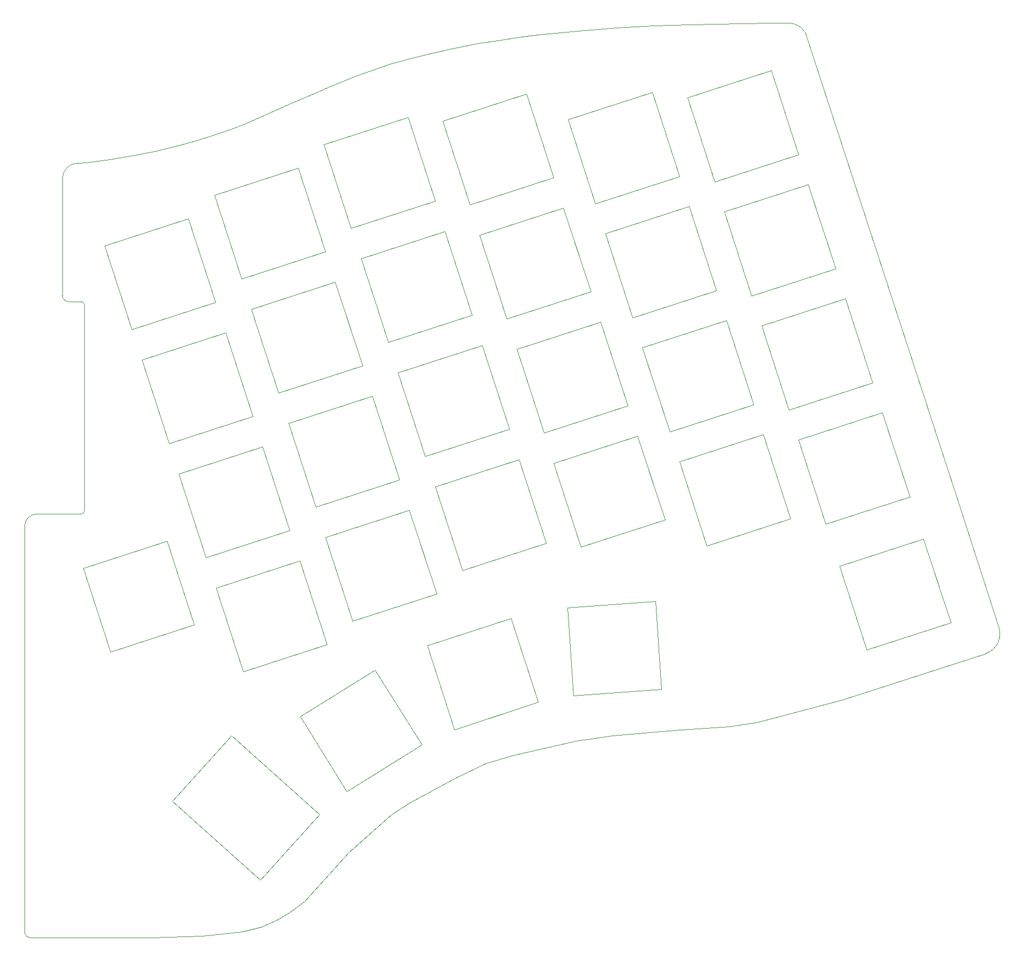
<source format=gm1>
G04 #@! TF.GenerationSoftware,KiCad,Pcbnew,(6.0.2-0)*
G04 #@! TF.CreationDate,2022-03-11T16:48:04+00:00*
G04 #@! TF.ProjectId,untitled,756e7469-746c-4656-942e-6b696361645f,rev?*
G04 #@! TF.SameCoordinates,Original*
G04 #@! TF.FileFunction,Profile,NP*
%FSLAX46Y46*%
G04 Gerber Fmt 4.6, Leading zero omitted, Abs format (unit mm)*
G04 Created by KiCad (PCBNEW (6.0.2-0)) date 2022-03-11 16:48:04*
%MOMM*%
%LPD*%
G01*
G04 APERTURE LIST*
G04 #@! TA.AperFunction,Profile*
%ADD10C,0.050000*%
G04 #@! TD*
G04 #@! TA.AperFunction,Profile*
%ADD11C,0.099999*%
G04 #@! TD*
G04 #@! TA.AperFunction,Profile*
%ADD12C,0.100000*%
G04 #@! TD*
G04 APERTURE END LIST*
D10*
X151098086Y-163133462D02*
G75*
G03*
X152098086Y-164133462I1000000J0D01*
G01*
X160098086Y-96809413D02*
X153098086Y-96809413D01*
X160098086Y-96809413D02*
G75*
G03*
X160598086Y-96309413I0J500000D01*
G01*
X160598086Y-63559413D02*
X160598086Y-96309413D01*
X160598086Y-63559413D02*
G75*
G03*
X160098086Y-63059413I-500000J0D01*
G01*
X158098086Y-63059413D02*
X160098086Y-63059413D01*
X157098086Y-62059413D02*
X157098086Y-43559413D01*
X157098086Y-62059413D02*
G75*
G03*
X158098086Y-63059413I1000000J0D01*
G01*
X151098086Y-98809413D02*
X151098086Y-163133462D01*
X153098086Y-96809413D02*
G75*
G03*
X151098086Y-98809413I0J-2000000D01*
G01*
X159598086Y-41059413D02*
G75*
G03*
X157098086Y-43559413I0J-2500000D01*
G01*
X174583261Y-142403681D02*
X183951089Y-131999653D01*
X188526516Y-154958242D02*
X174583261Y-142403681D01*
X197894344Y-144554214D02*
X188526516Y-154958242D01*
X183951089Y-131999653D02*
X197894344Y-144554214D01*
X202260367Y-140866272D02*
X194841497Y-128993598D01*
X214133041Y-133447402D02*
X202260367Y-140866272D01*
X206714171Y-121574728D02*
X214133041Y-133447402D01*
X194841497Y-128993598D02*
X206714171Y-121574728D01*
X238238604Y-125615029D02*
X237262013Y-111649132D01*
X252204501Y-124638438D02*
X238238604Y-125615029D01*
X251227910Y-110672541D02*
X252204501Y-124638438D01*
X237262013Y-111649132D02*
X251227910Y-110672541D01*
X298126512Y-114085116D02*
X293800276Y-100770323D01*
X280485484Y-105096563D02*
X284811721Y-118411355D01*
X284811721Y-118411355D02*
X298126512Y-114085116D01*
X293800276Y-100770323D02*
X280485484Y-105096563D01*
X232629826Y-126712533D02*
X228303590Y-113397740D01*
X214988798Y-117723980D02*
X219315035Y-131038772D01*
X219315035Y-131038772D02*
X232629826Y-126712533D01*
X228303590Y-113397740D02*
X214988798Y-117723980D01*
X178038770Y-114378004D02*
X173712534Y-101063211D01*
X160397742Y-105389451D02*
X164723979Y-118704243D01*
X164723979Y-118704243D02*
X178038770Y-114378004D01*
X173712534Y-101063211D02*
X160397742Y-105389451D01*
X214719125Y-87637373D02*
X228033916Y-83311134D01*
X199099783Y-117550043D02*
X194773547Y-104235250D01*
X181458755Y-108561490D02*
X185784992Y-121876282D01*
X278294800Y-98361901D02*
X291609591Y-94035662D01*
X287283355Y-80720869D02*
X273968563Y-85047109D01*
X185784992Y-121876282D02*
X199099783Y-117550043D01*
X273968563Y-85047109D02*
X278294800Y-98361901D01*
X291609591Y-94035662D02*
X287283355Y-80720869D01*
X194773547Y-104235250D02*
X181458755Y-108561490D01*
X252744727Y-97716100D02*
X248418491Y-84401307D01*
X235103699Y-88727547D02*
X239429936Y-102042339D01*
X239429936Y-102042339D02*
X252744727Y-97716100D01*
X248418491Y-84401307D02*
X235103699Y-88727547D01*
X259392272Y-101832994D02*
X272707063Y-97506755D01*
X272707063Y-97506755D02*
X268380827Y-84191962D01*
X255066035Y-88518202D02*
X259392272Y-101832994D01*
X268380827Y-84191962D02*
X255066035Y-88518202D01*
X233920688Y-101428759D02*
X229594452Y-88113966D01*
X216279660Y-92440206D02*
X220605897Y-105754998D01*
X203194682Y-113815887D02*
X216509473Y-109489648D01*
X220605897Y-105754998D02*
X233920688Y-101428759D01*
X229594452Y-88113966D02*
X216279660Y-92440206D01*
X216509473Y-109489648D02*
X212183237Y-96174855D01*
X198868445Y-100501095D02*
X203194682Y-113815887D01*
X212183237Y-96174855D02*
X198868445Y-100501095D01*
X193213011Y-99432418D02*
X188886775Y-86117625D01*
X175571983Y-90443865D02*
X179898220Y-103758657D01*
X272408028Y-80244276D02*
X285722819Y-75918037D01*
X281396583Y-62603244D02*
X268081791Y-66929484D01*
X179898220Y-103758657D02*
X193213011Y-99432418D01*
X268081791Y-66929484D02*
X272408028Y-80244276D01*
X285722819Y-75918037D02*
X281396583Y-62603244D01*
X188886775Y-86117625D02*
X175571983Y-90443865D01*
X246857955Y-79598475D02*
X242531719Y-66283682D01*
X229216927Y-70609922D02*
X233543164Y-83924714D01*
X233543164Y-83924714D02*
X246857955Y-79598475D01*
X242531719Y-66283682D02*
X229216927Y-70609922D01*
X253505500Y-83715369D02*
X266820291Y-79389130D01*
X266820291Y-79389130D02*
X262494055Y-66074337D01*
X249179263Y-70400577D02*
X253505500Y-83715369D01*
X262494055Y-66074337D02*
X249179263Y-70400577D01*
X228033916Y-83311134D02*
X223707680Y-69996341D01*
X210392888Y-74322581D02*
X214719125Y-87637373D01*
X197307910Y-95698262D02*
X210622701Y-91372023D01*
X223707680Y-69996341D02*
X210392888Y-74322581D01*
X210622701Y-91372023D02*
X206296465Y-78057230D01*
X192981673Y-82383470D02*
X197307910Y-95698262D01*
X206296465Y-78057230D02*
X192981673Y-82383470D01*
X187326236Y-81314788D02*
X183000000Y-67999995D01*
X169685208Y-72326235D02*
X174011445Y-85641027D01*
X266521253Y-62126646D02*
X279836044Y-57800407D01*
X275509808Y-44485614D02*
X262195016Y-48811854D01*
X174011445Y-85641027D02*
X187326236Y-81314788D01*
X262195016Y-48811854D02*
X266521253Y-62126646D01*
X279836044Y-57800407D02*
X275509808Y-44485614D01*
X183000000Y-67999995D02*
X169685208Y-72326235D01*
X240971180Y-61480845D02*
X236644944Y-48166052D01*
X223330152Y-52492292D02*
X227656389Y-65807084D01*
X227656389Y-65807084D02*
X240971180Y-61480845D01*
X236644944Y-48166052D02*
X223330152Y-52492292D01*
X247618725Y-65597739D02*
X260933516Y-61271500D01*
X260933516Y-61271500D02*
X256607280Y-47956707D01*
X243292488Y-52282947D02*
X247618725Y-65597739D01*
X256607280Y-47956707D02*
X243292488Y-52282947D01*
X222147141Y-65193504D02*
X217820905Y-51878711D01*
X204506113Y-56204951D02*
X208832350Y-69519743D01*
X191421135Y-77580632D02*
X204735926Y-73254393D01*
X208832350Y-69519743D02*
X222147141Y-65193504D01*
X217820905Y-51878711D02*
X204506113Y-56204951D01*
X204735926Y-73254393D02*
X200409690Y-59939600D01*
X187094898Y-64265840D02*
X191421135Y-77580632D01*
X200409690Y-59939600D02*
X187094898Y-64265840D01*
X273949271Y-39682783D02*
X269623035Y-26367990D01*
X256308243Y-30694230D02*
X260634480Y-44009022D01*
X260634480Y-44009022D02*
X273949271Y-39682783D01*
X269623035Y-26367990D02*
X256308243Y-30694230D01*
X255046743Y-43153876D02*
X250720507Y-29839083D01*
X237405715Y-34165323D02*
X241731952Y-47480115D01*
X241731952Y-47480115D02*
X255046743Y-43153876D01*
X250720507Y-29839083D02*
X237405715Y-34165323D01*
X235084407Y-43363221D02*
X230758171Y-30048428D01*
X217443379Y-34374668D02*
X221769616Y-47689460D01*
X221769616Y-47689460D02*
X235084407Y-43363221D01*
X230758171Y-30048428D02*
X217443379Y-34374668D01*
X216260368Y-47075880D02*
X211934132Y-33761087D01*
X198619340Y-38087327D02*
X202945577Y-51402119D01*
X202945577Y-51402119D02*
X216260368Y-47075880D01*
X211934132Y-33761087D02*
X198619340Y-38087327D01*
X198849153Y-55136769D02*
X194522917Y-41821976D01*
X181208125Y-46148216D02*
X185534362Y-59463008D01*
X185534362Y-59463008D02*
X198849153Y-55136769D01*
X194522917Y-41821976D02*
X181208125Y-46148216D01*
X181439463Y-63197164D02*
X177113227Y-49882371D01*
X168124672Y-67523403D02*
X181439463Y-63197164D01*
X163798435Y-54208611D02*
X168124672Y-67523403D01*
X177113227Y-49882371D02*
X163798435Y-54208611D01*
D11*
X223187000Y-22052735D02*
X226218995Y-21560300D01*
X212849800Y-24338059D02*
X215618660Y-23601103D01*
X250916187Y-19256758D02*
X256754244Y-19042683D01*
X201924568Y-27915804D02*
X204054190Y-27075203D01*
X219022104Y-22840879D02*
X223187000Y-22052735D01*
X215618660Y-23601103D02*
X219022104Y-22840879D01*
X226218995Y-21560300D02*
X229885576Y-21044598D01*
X160846943Y-40986817D02*
X164640436Y-40466463D01*
D12*
X202589078Y-150518485D02*
X195525152Y-158303622D01*
D11*
X191308769Y-161173830D02*
X193288505Y-160003494D01*
X204054190Y-27075203D02*
X209074936Y-25366074D01*
D12*
X299002320Y-120471130D02*
X303729643Y-118935131D01*
D11*
X273138746Y-18896265D02*
X273545147Y-19048669D01*
X168556173Y-39814535D02*
X171710430Y-39190532D01*
D12*
X298717855Y-93144770D02*
X305801121Y-114944822D01*
D11*
X185912176Y-34857219D02*
X189541511Y-33326198D01*
X274815168Y-20064663D02*
X275018323Y-20369465D01*
X269835790Y-18817178D02*
X272529157Y-18794663D01*
X202589078Y-150518485D02*
X205637096Y-147800696D01*
D12*
X171157747Y-164133462D02*
X162267749Y-164133461D01*
D11*
X219734082Y-138580498D02*
X212190288Y-142669898D01*
X185619154Y-163129621D02*
X188667166Y-162367630D01*
X171710430Y-39190532D02*
X175489945Y-38289430D01*
X209345503Y-144498694D02*
X212190288Y-142669898D01*
D12*
X280884693Y-126357906D02*
X299002320Y-120471130D01*
X255421281Y-131116812D02*
X263001278Y-130556813D01*
D11*
X180896085Y-36693261D02*
X183655623Y-35702472D01*
D12*
X303729643Y-118935131D02*
G75*
G03*
X305801121Y-114944822I-922445J3011701D01*
G01*
X179285750Y-163879460D02*
X171157747Y-164133462D01*
D11*
X273951552Y-19251863D02*
X274307174Y-19505863D01*
X205637096Y-147800696D02*
X209345503Y-144498694D01*
X229885576Y-21044598D02*
X232668396Y-20688384D01*
D12*
X162267749Y-164133461D02*
X152098086Y-164133462D01*
D11*
X272529157Y-18794663D02*
X273138746Y-18896265D01*
X238657086Y-132865501D02*
X228624707Y-135154153D01*
X197293870Y-29864799D02*
X199794944Y-28756408D01*
X238873249Y-20079605D02*
X244955856Y-19602394D01*
D12*
X263001278Y-130556813D02*
X267422692Y-129913905D01*
D11*
X193542278Y-31527389D02*
X197293870Y-29864799D01*
X178507980Y-37416251D02*
X180896085Y-36693261D01*
X244955856Y-19602394D02*
X250916187Y-19256758D01*
D12*
X275170759Y-20674264D02*
X298717855Y-93144770D01*
D11*
X164640436Y-40466463D02*
X168556173Y-39814535D01*
X175489945Y-38289430D02*
X178507980Y-37416251D01*
X273545147Y-19048669D02*
X273951552Y-19251863D01*
X188667166Y-162367630D02*
X191308769Y-161173830D01*
X159598086Y-41059413D02*
X160846943Y-40986817D01*
X209074936Y-25366074D02*
X212849800Y-24338059D01*
D12*
X267422692Y-129913905D02*
X280884693Y-126357906D01*
D11*
X183655623Y-35702472D02*
X185912176Y-34857219D01*
X274561139Y-19759869D02*
X274815168Y-20064663D01*
X193288505Y-160003494D02*
X195525152Y-158303622D01*
X232668396Y-20688384D02*
X238873249Y-20079605D01*
X189541511Y-33326198D02*
X193542278Y-31527389D01*
X252246108Y-131341498D02*
X244499278Y-131978813D01*
X244499278Y-131978813D02*
X238657086Y-132865501D01*
X264881430Y-18871757D02*
X269835790Y-18817178D01*
X252246108Y-131341498D02*
X255421281Y-131116812D01*
X219734082Y-138580498D02*
X224306103Y-136421502D01*
X275018323Y-20369465D02*
X275170759Y-20674264D01*
X199794944Y-28756408D02*
X201924568Y-27915804D01*
D12*
X185619154Y-163129621D02*
X179285750Y-163879460D01*
D11*
X224306103Y-136421502D02*
X228624707Y-135154153D01*
X256754244Y-19042683D02*
X264881430Y-18871757D01*
X274307174Y-19505863D02*
X274561139Y-19759869D01*
M02*

</source>
